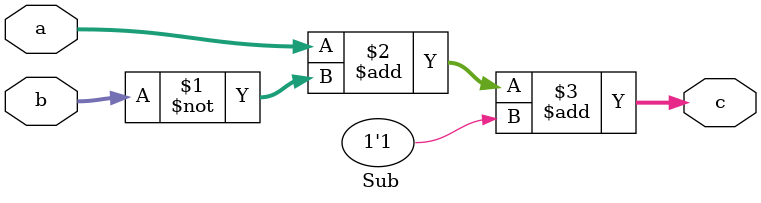
<source format=sv>
`define FORMAL

module Sub (
  input  [3:0] a,
  input  [3:0] b,
  output [3:0] c
);

  // assign c = a + ~b + (a == 4'd2 ? 1'b0 : 1'b1);
  assign c = a + ~b + 1'b1;

`ifdef FORMAL
  always @(*) begin
    c_assert : assert (c == a - b);
  end
`endif  // FORMAL

endmodule

</source>
